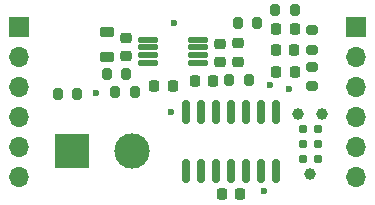
<source format=gbr>
%TF.GenerationSoftware,KiCad,Pcbnew,8.0.8*%
%TF.CreationDate,2025-02-04T10:45:36-05:00*%
%TF.ProjectId,SI-P Pressure Transducer,53492d50-2050-4726-9573-737572652054,rev?*%
%TF.SameCoordinates,Original*%
%TF.FileFunction,Soldermask,Top*%
%TF.FilePolarity,Negative*%
%FSLAX46Y46*%
G04 Gerber Fmt 4.6, Leading zero omitted, Abs format (unit mm)*
G04 Created by KiCad (PCBNEW 8.0.8) date 2025-02-04 10:45:36*
%MOMM*%
%LPD*%
G01*
G04 APERTURE LIST*
G04 Aperture macros list*
%AMRoundRect*
0 Rectangle with rounded corners*
0 $1 Rounding radius*
0 $2 $3 $4 $5 $6 $7 $8 $9 X,Y pos of 4 corners*
0 Add a 4 corners polygon primitive as box body*
4,1,4,$2,$3,$4,$5,$6,$7,$8,$9,$2,$3,0*
0 Add four circle primitives for the rounded corners*
1,1,$1+$1,$2,$3*
1,1,$1+$1,$4,$5*
1,1,$1+$1,$6,$7*
1,1,$1+$1,$8,$9*
0 Add four rect primitives between the rounded corners*
20,1,$1+$1,$2,$3,$4,$5,0*
20,1,$1+$1,$4,$5,$6,$7,0*
20,1,$1+$1,$6,$7,$8,$9,0*
20,1,$1+$1,$8,$9,$2,$3,0*%
G04 Aperture macros list end*
%ADD10R,1.700000X1.700000*%
%ADD11O,1.700000X1.700000*%
%ADD12RoundRect,0.225000X-0.250000X0.225000X-0.250000X-0.225000X0.250000X-0.225000X0.250000X0.225000X0*%
%ADD13RoundRect,0.200000X0.200000X0.275000X-0.200000X0.275000X-0.200000X-0.275000X0.200000X-0.275000X0*%
%ADD14RoundRect,0.218750X-0.218750X-0.256250X0.218750X-0.256250X0.218750X0.256250X-0.218750X0.256250X0*%
%ADD15RoundRect,0.125000X-0.687500X-0.125000X0.687500X-0.125000X0.687500X0.125000X-0.687500X0.125000X0*%
%ADD16RoundRect,0.225000X0.225000X0.250000X-0.225000X0.250000X-0.225000X-0.250000X0.225000X-0.250000X0*%
%ADD17RoundRect,0.225000X-0.225000X-0.250000X0.225000X-0.250000X0.225000X0.250000X-0.225000X0.250000X0*%
%ADD18R,3.000000X3.000000*%
%ADD19C,3.000000*%
%ADD20RoundRect,0.200000X0.275000X-0.200000X0.275000X0.200000X-0.275000X0.200000X-0.275000X-0.200000X0*%
%ADD21C,0.990600*%
%ADD22C,0.787400*%
%ADD23RoundRect,0.200000X-0.200000X-0.275000X0.200000X-0.275000X0.200000X0.275000X-0.200000X0.275000X0*%
%ADD24RoundRect,0.218750X0.381250X-0.218750X0.381250X0.218750X-0.381250X0.218750X-0.381250X-0.218750X0*%
%ADD25RoundRect,0.225000X0.250000X-0.225000X0.250000X0.225000X-0.250000X0.225000X-0.250000X-0.225000X0*%
%ADD26RoundRect,0.200000X-0.275000X0.200000X-0.275000X-0.200000X0.275000X-0.200000X0.275000X0.200000X0*%
%ADD27RoundRect,0.150000X0.150000X-0.825000X0.150000X0.825000X-0.150000X0.825000X-0.150000X-0.825000X0*%
%ADD28C,0.600000*%
G04 APERTURE END LIST*
D10*
%TO.C,J2*%
X181257480Y-61800000D03*
D11*
X181257480Y-64340000D03*
X181257480Y-66880000D03*
X181257480Y-69420000D03*
X181257480Y-71960000D03*
X181257480Y-74500000D03*
%TD*%
D12*
%TO.C,C3*%
X198300000Y-63225000D03*
X198300000Y-64775000D03*
%TD*%
D13*
%TO.C,R2*%
X191050000Y-67293112D03*
X189400000Y-67293112D03*
%TD*%
D14*
%TO.C,D4*%
X203012500Y-62000000D03*
X204587500Y-62000000D03*
%TD*%
D13*
%TO.C,R3*%
X200725000Y-66300000D03*
X199075000Y-66300000D03*
%TD*%
D15*
%TO.C,U2*%
X192175000Y-62900000D03*
X192175000Y-63550000D03*
X192175000Y-64200000D03*
X192175000Y-64850000D03*
X196400000Y-64850000D03*
X196400000Y-64200000D03*
X196400000Y-63550000D03*
X196400000Y-62900000D03*
%TD*%
D16*
%TO.C,C4*%
X197675000Y-66400000D03*
X196125000Y-66400000D03*
%TD*%
D12*
%TO.C,C5*%
X199800000Y-63200000D03*
X199800000Y-64750000D03*
%TD*%
D14*
%TO.C,D1*%
X192712500Y-66800000D03*
X194287500Y-66800000D03*
%TD*%
D17*
%TO.C,C1*%
X198425000Y-76000000D03*
X199975000Y-76000000D03*
%TD*%
D18*
%TO.C,J3*%
X185784406Y-72321293D03*
D19*
X190864406Y-72321293D03*
%TD*%
D10*
%TO.C,J1*%
X209800000Y-61800000D03*
D11*
X209800000Y-64340000D03*
X209800000Y-66880000D03*
X209800000Y-69420000D03*
X209800000Y-71960000D03*
X209800000Y-74500000D03*
%TD*%
D20*
%TO.C,R6*%
X206100000Y-66825000D03*
X206100000Y-65175000D03*
%TD*%
D21*
%TO.C,J4*%
X205935000Y-74280000D03*
X204919000Y-69200000D03*
X206951000Y-69200000D03*
D22*
X206570000Y-73010000D03*
X205300000Y-73010000D03*
X206570000Y-71740000D03*
X205300000Y-71740000D03*
X206570000Y-70470000D03*
X205300000Y-70470000D03*
%TD*%
D23*
%TO.C,R8*%
X202975000Y-60400000D03*
X204625000Y-60400000D03*
%TD*%
D13*
%TO.C,R1*%
X190325000Y-65800000D03*
X188675000Y-65800000D03*
%TD*%
D24*
%TO.C,L1*%
X188700000Y-64362500D03*
X188700000Y-62237500D03*
%TD*%
D25*
%TO.C,C2*%
X190300000Y-64275000D03*
X190300000Y-62725000D03*
%TD*%
D26*
%TO.C,R7*%
X206100000Y-62075000D03*
X206100000Y-63725000D03*
%TD*%
D23*
%TO.C,R4*%
X199775000Y-61500000D03*
X201425000Y-61500000D03*
%TD*%
D13*
%TO.C,R5*%
X186200000Y-67500000D03*
X184550000Y-67500000D03*
%TD*%
D14*
%TO.C,D3*%
X203000000Y-63800000D03*
X204575000Y-63800000D03*
%TD*%
%TO.C,D2*%
X203012500Y-65600000D03*
X204587500Y-65600000D03*
%TD*%
D27*
%TO.C,U1*%
X195390000Y-73975000D03*
X196660000Y-73975000D03*
X197930000Y-73975000D03*
X199200000Y-73975000D03*
X200470000Y-73975000D03*
X201740000Y-73975000D03*
X203010000Y-73975000D03*
X203010000Y-69025000D03*
X201740000Y-69025000D03*
X200470000Y-69025000D03*
X199200000Y-69025000D03*
X197930000Y-69025000D03*
X196660000Y-69025000D03*
X195390000Y-69025000D03*
%TD*%
D28*
X204100000Y-67100000D03*
X194100000Y-69000000D03*
X187800000Y-67400000D03*
X202544109Y-66734906D03*
X202000000Y-75700000D03*
X194400000Y-61500000D03*
M02*

</source>
